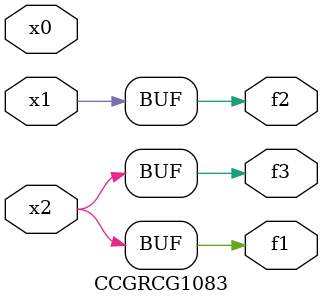
<source format=v>
module CCGRCG1083(
	input x0, x1, x2,
	output f1, f2, f3
);
	assign f1 = x2;
	assign f2 = x1;
	assign f3 = x2;
endmodule

</source>
